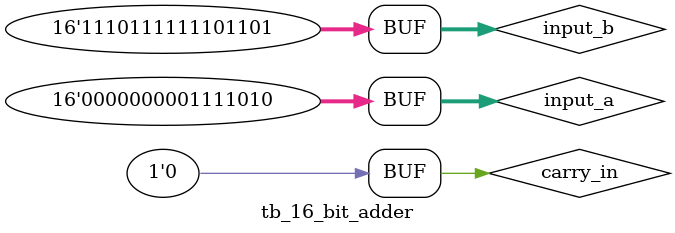
<source format=v>
`timescale 1ns / 1ps


/* 

    * Assignment - 3
    * Problem - 1.c
    * Semester - 5 (Autumn)
    * Group - 56
    * Group members - Utsav Mehta (20CS10069) and Vibhu (20CS10072)

*/

module tb_16_bit_adder;

    // Inputs and Outputs
    reg [15:0] input_a, input_b;
    reg carry_in;
   wire [15:0] sum;
    wire carry_out;

    // Module Instantiations (Unit Under Test)
    s16_bit_adder tb_(input_a, input_b, carry_in, sum, carry_out);

    initial begin
        
        $monitor ("a = %d, b = %d, carry_in = %d, sum = %d, carry_out", input_a, input_b, carry_in, sum, carry_out);

        // Input values initialization
        input_a = 16'd3237;
		  input_b = 16'd1172;
		  carry_in = 1;
        #50;
        input_a = 16'd2434;
		  input_b = 16'd12;
		  carry_in = 0;
        #50;
        input_a = 16'd6431;
		  input_b = 16'd3000;
		  carry_in = 1;
        #50;
        input_a = 16'd122;
		  input_b = 16'd61421;
		  carry_in = 0;

    end

endmodule

</source>
